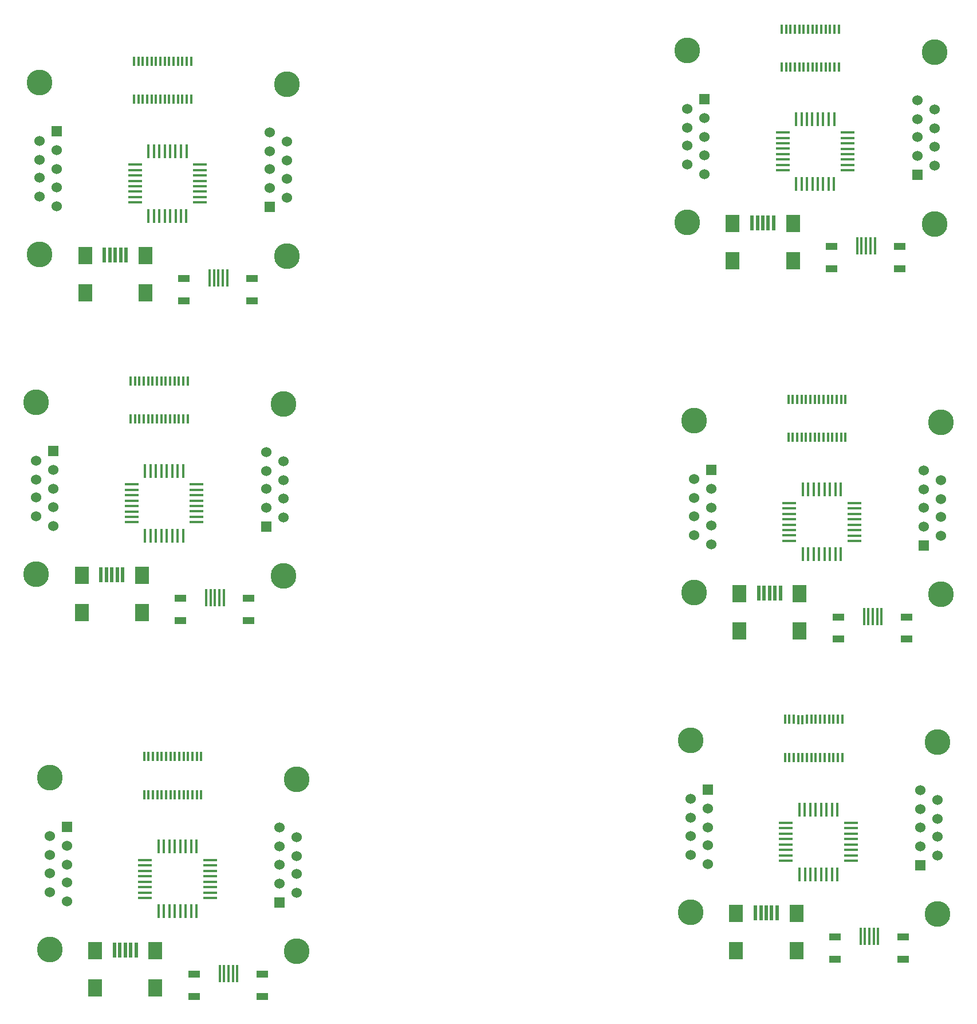
<source format=gtl>
G04 (created by PCBNEW (2013-jul-07)-stable) date śro, 3 cze 2015, 22:46:32*
%MOIN*%
G04 Gerber Fmt 3.4, Leading zero omitted, Abs format*
%FSLAX34Y34*%
G01*
G70*
G90*
G04 APERTURE LIST*
%ADD10C,0.000787402*%
%ADD11R,0.0177X0.0787*%
%ADD12R,0.0787X0.0177*%
%ADD13C,0.15*%
%ADD14R,0.06X0.06*%
%ADD15C,0.06*%
%ADD16R,0.0197X0.0906*%
%ADD17R,0.0787X0.0984*%
%ADD18R,0.015748X0.0984252*%
%ADD19R,0.0708661X0.0393701*%
%ADD20R,0.0165X0.0579*%
G04 APERTURE END LIST*
G54D10*
G54D11*
X55718Y-41069D03*
X55403Y-41069D03*
X55088Y-41069D03*
X54773Y-41069D03*
X54458Y-41069D03*
X54143Y-41069D03*
X53828Y-41069D03*
X53513Y-41069D03*
X53515Y-37303D03*
X55725Y-37303D03*
X55405Y-37303D03*
X55085Y-37303D03*
X54775Y-37303D03*
X54455Y-37303D03*
X54145Y-37303D03*
X53825Y-37303D03*
G54D12*
X52725Y-40285D03*
X52725Y-39971D03*
X52725Y-39655D03*
X52725Y-39341D03*
X52725Y-39025D03*
X52725Y-38711D03*
X52725Y-38395D03*
X52725Y-38081D03*
X56505Y-40283D03*
X56505Y-39973D03*
X56505Y-39653D03*
X56505Y-39343D03*
X56505Y-39033D03*
X56505Y-38713D03*
X56505Y-38393D03*
X56505Y-38073D03*
G54D13*
X47171Y-33300D03*
X47171Y-43300D03*
G54D14*
X48171Y-36150D03*
G54D15*
X48171Y-37250D03*
X48171Y-38350D03*
X48171Y-39400D03*
X48171Y-40500D03*
X47171Y-39950D03*
X47171Y-38850D03*
X47171Y-37800D03*
X47171Y-36700D03*
G54D13*
X61557Y-43400D03*
X61557Y-33400D03*
G54D14*
X60557Y-40550D03*
G54D15*
X60557Y-39450D03*
X60557Y-38350D03*
X60557Y-37300D03*
X60557Y-36200D03*
X61557Y-36750D03*
X61557Y-37850D03*
X61557Y-38900D03*
X61557Y-40000D03*
G54D16*
X50944Y-43327D03*
X51259Y-43327D03*
X51574Y-43327D03*
X51889Y-43327D03*
X52204Y-43327D03*
G54D17*
X49822Y-43366D03*
X49822Y-45531D03*
X53326Y-43366D03*
X53326Y-45531D03*
G54D18*
X57578Y-44685D03*
X57322Y-44685D03*
X58090Y-44685D03*
X57834Y-44685D03*
X57066Y-44685D03*
G54D19*
X55570Y-44704D03*
X55570Y-46003D03*
X59547Y-44704D03*
X59547Y-46003D03*
G54D20*
X54202Y-34271D03*
X54458Y-34271D03*
X54714Y-34271D03*
X54970Y-34271D03*
X53438Y-32069D03*
X53434Y-34271D03*
X53690Y-34271D03*
X53946Y-34271D03*
X55226Y-32067D03*
X54970Y-32067D03*
X54714Y-32067D03*
X54458Y-32067D03*
X54202Y-32067D03*
X53946Y-32067D03*
X55226Y-34271D03*
X53690Y-32069D03*
X53178Y-34271D03*
X55482Y-34271D03*
X55482Y-32067D03*
X53178Y-32067D03*
X52923Y-34271D03*
X55737Y-34271D03*
X55737Y-32067D03*
X52923Y-32067D03*
X52667Y-34271D03*
X55993Y-34271D03*
X55993Y-32067D03*
X52667Y-32067D03*
G54D11*
X55915Y-22466D03*
X55600Y-22466D03*
X55285Y-22466D03*
X54970Y-22466D03*
X54655Y-22466D03*
X54340Y-22466D03*
X54025Y-22466D03*
X53710Y-22466D03*
X53712Y-18700D03*
X55922Y-18700D03*
X55602Y-18700D03*
X55282Y-18700D03*
X54972Y-18700D03*
X54652Y-18700D03*
X54342Y-18700D03*
X54022Y-18700D03*
G54D12*
X52922Y-21682D03*
X52922Y-21368D03*
X52922Y-21052D03*
X52922Y-20738D03*
X52922Y-20422D03*
X52922Y-20108D03*
X52922Y-19792D03*
X52922Y-19478D03*
X56702Y-21680D03*
X56702Y-21370D03*
X56702Y-21050D03*
X56702Y-20740D03*
X56702Y-20430D03*
X56702Y-20110D03*
X56702Y-19790D03*
X56702Y-19470D03*
G54D13*
X47368Y-14698D03*
X47368Y-24698D03*
G54D14*
X48368Y-17548D03*
G54D15*
X48368Y-18648D03*
X48368Y-19748D03*
X48368Y-20798D03*
X48368Y-21898D03*
X47368Y-21348D03*
X47368Y-20248D03*
X47368Y-19198D03*
X47368Y-18098D03*
G54D13*
X61753Y-24798D03*
X61753Y-14798D03*
G54D14*
X60753Y-21948D03*
G54D15*
X60753Y-20848D03*
X60753Y-19748D03*
X60753Y-18698D03*
X60753Y-17598D03*
X61753Y-18148D03*
X61753Y-19248D03*
X61753Y-20298D03*
X61753Y-21398D03*
G54D16*
X51141Y-24724D03*
X51456Y-24724D03*
X51771Y-24724D03*
X52086Y-24724D03*
X52401Y-24724D03*
G54D17*
X50019Y-24763D03*
X50019Y-26928D03*
X53523Y-24763D03*
X53523Y-26928D03*
G54D18*
X57775Y-26082D03*
X57519Y-26082D03*
X58287Y-26082D03*
X58031Y-26082D03*
X57263Y-26082D03*
G54D19*
X55767Y-26102D03*
X55767Y-27401D03*
X59744Y-26102D03*
X59744Y-27401D03*
G54D20*
X54399Y-15668D03*
X54655Y-15668D03*
X54911Y-15668D03*
X55167Y-15668D03*
X53635Y-13466D03*
X53631Y-15668D03*
X53887Y-15668D03*
X54143Y-15668D03*
X55423Y-13464D03*
X55167Y-13464D03*
X54911Y-13464D03*
X54655Y-13464D03*
X54399Y-13464D03*
X54143Y-13464D03*
X55423Y-15668D03*
X53887Y-13466D03*
X53375Y-15668D03*
X55679Y-15668D03*
X55679Y-13464D03*
X53375Y-13464D03*
X53120Y-15668D03*
X55934Y-15668D03*
X55934Y-13464D03*
X53120Y-13464D03*
X52864Y-15668D03*
X56190Y-15668D03*
X56190Y-13464D03*
X52864Y-13464D03*
G54D11*
X55915Y-22466D03*
X55600Y-22466D03*
X55285Y-22466D03*
X54970Y-22466D03*
X54655Y-22466D03*
X54340Y-22466D03*
X54025Y-22466D03*
X53710Y-22466D03*
X53712Y-18700D03*
X55922Y-18700D03*
X55602Y-18700D03*
X55282Y-18700D03*
X54972Y-18700D03*
X54652Y-18700D03*
X54342Y-18700D03*
X54022Y-18700D03*
G54D12*
X52922Y-21682D03*
X52922Y-21368D03*
X52922Y-21052D03*
X52922Y-20738D03*
X52922Y-20422D03*
X52922Y-20108D03*
X52922Y-19792D03*
X52922Y-19478D03*
X56702Y-21680D03*
X56702Y-21370D03*
X56702Y-21050D03*
X56702Y-20740D03*
X56702Y-20430D03*
X56702Y-20110D03*
X56702Y-19790D03*
X56702Y-19470D03*
G54D13*
X47368Y-14698D03*
X47368Y-24698D03*
G54D14*
X48368Y-17548D03*
G54D15*
X48368Y-18648D03*
X48368Y-19748D03*
X48368Y-20798D03*
X48368Y-21898D03*
X47368Y-21348D03*
X47368Y-20248D03*
X47368Y-19198D03*
X47368Y-18098D03*
G54D13*
X61753Y-24798D03*
X61753Y-14798D03*
G54D14*
X60753Y-21948D03*
G54D15*
X60753Y-20848D03*
X60753Y-19748D03*
X60753Y-18698D03*
X60753Y-17598D03*
X61753Y-18148D03*
X61753Y-19248D03*
X61753Y-20298D03*
X61753Y-21398D03*
G54D16*
X51141Y-24724D03*
X51456Y-24724D03*
X51771Y-24724D03*
X52086Y-24724D03*
X52401Y-24724D03*
G54D17*
X50019Y-24763D03*
X50019Y-26928D03*
X53523Y-24763D03*
X53523Y-26928D03*
G54D18*
X57775Y-26082D03*
X57519Y-26082D03*
X58287Y-26082D03*
X58031Y-26082D03*
X57263Y-26082D03*
G54D19*
X55767Y-26102D03*
X55767Y-27401D03*
X59744Y-26102D03*
X59744Y-27401D03*
G54D20*
X54399Y-15668D03*
X54655Y-15668D03*
X54911Y-15668D03*
X55167Y-15668D03*
X53635Y-13466D03*
X53631Y-15668D03*
X53887Y-15668D03*
X54143Y-15668D03*
X55423Y-13464D03*
X55167Y-13464D03*
X54911Y-13464D03*
X54655Y-13464D03*
X54399Y-13464D03*
X54143Y-13464D03*
X55423Y-15668D03*
X53887Y-13466D03*
X53375Y-15668D03*
X55679Y-15668D03*
X55679Y-13464D03*
X53375Y-13464D03*
X53120Y-15668D03*
X55934Y-15668D03*
X55934Y-13464D03*
X53120Y-13464D03*
X52864Y-15668D03*
X56190Y-15668D03*
X56190Y-13464D03*
X52864Y-13464D03*
G54D11*
X56506Y-62919D03*
X56191Y-62919D03*
X55876Y-62919D03*
X55561Y-62919D03*
X55246Y-62919D03*
X54931Y-62919D03*
X54616Y-62919D03*
X54301Y-62919D03*
X54303Y-59153D03*
X56513Y-59153D03*
X56193Y-59153D03*
X55873Y-59153D03*
X55563Y-59153D03*
X55243Y-59153D03*
X54933Y-59153D03*
X54613Y-59153D03*
G54D12*
X53513Y-62135D03*
X53513Y-61821D03*
X53513Y-61505D03*
X53513Y-61191D03*
X53513Y-60875D03*
X53513Y-60561D03*
X53513Y-60245D03*
X53513Y-59931D03*
X57293Y-62133D03*
X57293Y-61823D03*
X57293Y-61503D03*
X57293Y-61193D03*
X57293Y-60883D03*
X57293Y-60563D03*
X57293Y-60243D03*
X57293Y-59923D03*
G54D13*
X47958Y-55150D03*
X47958Y-65150D03*
G54D14*
X48958Y-58000D03*
G54D15*
X48958Y-59100D03*
X48958Y-60200D03*
X48958Y-61250D03*
X48958Y-62350D03*
X47958Y-61800D03*
X47958Y-60700D03*
X47958Y-59650D03*
X47958Y-58550D03*
G54D13*
X62344Y-65250D03*
X62344Y-55250D03*
G54D14*
X61344Y-62400D03*
G54D15*
X61344Y-61300D03*
X61344Y-60200D03*
X61344Y-59150D03*
X61344Y-58050D03*
X62344Y-58600D03*
X62344Y-59700D03*
X62344Y-60750D03*
X62344Y-61850D03*
G54D16*
X51732Y-65177D03*
X52047Y-65177D03*
X52362Y-65177D03*
X52677Y-65177D03*
X52992Y-65177D03*
G54D17*
X50610Y-65216D03*
X50610Y-67381D03*
X54114Y-65216D03*
X54114Y-67381D03*
G54D18*
X58366Y-66535D03*
X58110Y-66535D03*
X58877Y-66535D03*
X58622Y-66535D03*
X57854Y-66535D03*
G54D19*
X56358Y-66555D03*
X56358Y-67854D03*
X60334Y-66555D03*
X60334Y-67854D03*
G54D20*
X54990Y-56121D03*
X55246Y-56121D03*
X55502Y-56121D03*
X55758Y-56121D03*
X54226Y-53919D03*
X54222Y-56121D03*
X54478Y-56121D03*
X54734Y-56121D03*
X56014Y-53917D03*
X55758Y-53917D03*
X55502Y-53917D03*
X55246Y-53917D03*
X54990Y-53917D03*
X54734Y-53917D03*
X56014Y-56121D03*
X54478Y-53919D03*
X53966Y-56121D03*
X56270Y-56121D03*
X56270Y-53917D03*
X53966Y-53917D03*
X53711Y-56121D03*
X56525Y-56121D03*
X56525Y-53917D03*
X53711Y-53917D03*
X53455Y-56121D03*
X56781Y-56121D03*
X56781Y-53917D03*
X53455Y-53917D03*
G54D11*
X93612Y-20596D03*
X93297Y-20596D03*
X92982Y-20596D03*
X92667Y-20596D03*
X92352Y-20596D03*
X92037Y-20596D03*
X91722Y-20596D03*
X91407Y-20596D03*
X91409Y-16830D03*
X93619Y-16830D03*
X93299Y-16830D03*
X92979Y-16830D03*
X92669Y-16830D03*
X92349Y-16830D03*
X92039Y-16830D03*
X91719Y-16830D03*
G54D12*
X90619Y-19812D03*
X90619Y-19498D03*
X90619Y-19182D03*
X90619Y-18868D03*
X90619Y-18552D03*
X90619Y-18238D03*
X90619Y-17922D03*
X90619Y-17608D03*
X94399Y-19810D03*
X94399Y-19500D03*
X94399Y-19180D03*
X94399Y-18870D03*
X94399Y-18560D03*
X94399Y-18240D03*
X94399Y-17920D03*
X94399Y-17600D03*
G54D13*
X85064Y-12827D03*
X85064Y-22827D03*
G54D14*
X86064Y-15677D03*
G54D15*
X86064Y-16777D03*
X86064Y-17877D03*
X86064Y-18927D03*
X86064Y-20027D03*
X85064Y-19477D03*
X85064Y-18377D03*
X85064Y-17327D03*
X85064Y-16227D03*
G54D13*
X99450Y-22927D03*
X99450Y-12927D03*
G54D14*
X98450Y-20077D03*
G54D15*
X98450Y-18977D03*
X98450Y-17877D03*
X98450Y-16827D03*
X98450Y-15727D03*
X99450Y-16277D03*
X99450Y-17377D03*
X99450Y-18427D03*
X99450Y-19527D03*
G54D16*
X88838Y-22854D03*
X89153Y-22854D03*
X89468Y-22854D03*
X89783Y-22854D03*
X90098Y-22854D03*
G54D17*
X87716Y-22893D03*
X87716Y-25058D03*
X91220Y-22893D03*
X91220Y-25058D03*
G54D18*
X95472Y-24212D03*
X95216Y-24212D03*
X95984Y-24212D03*
X95728Y-24212D03*
X94960Y-24212D03*
G54D19*
X93464Y-24232D03*
X93464Y-25531D03*
X97440Y-24232D03*
X97440Y-25531D03*
G54D20*
X92096Y-13798D03*
X92352Y-13798D03*
X92608Y-13798D03*
X92864Y-13798D03*
X91332Y-11596D03*
X91328Y-13798D03*
X91584Y-13798D03*
X91840Y-13798D03*
X93120Y-11594D03*
X92864Y-11594D03*
X92608Y-11594D03*
X92352Y-11594D03*
X92096Y-11594D03*
X91840Y-11594D03*
X93120Y-13798D03*
X91584Y-11596D03*
X91072Y-13798D03*
X93376Y-13798D03*
X93376Y-11594D03*
X91072Y-11594D03*
X90817Y-13798D03*
X93631Y-13798D03*
X93631Y-11594D03*
X90817Y-11594D03*
X90561Y-13798D03*
X93887Y-13798D03*
X93887Y-11594D03*
X90561Y-11594D03*
G54D11*
X93612Y-20596D03*
X93297Y-20596D03*
X92982Y-20596D03*
X92667Y-20596D03*
X92352Y-20596D03*
X92037Y-20596D03*
X91722Y-20596D03*
X91407Y-20596D03*
X91409Y-16830D03*
X93619Y-16830D03*
X93299Y-16830D03*
X92979Y-16830D03*
X92669Y-16830D03*
X92349Y-16830D03*
X92039Y-16830D03*
X91719Y-16830D03*
G54D12*
X90619Y-19812D03*
X90619Y-19498D03*
X90619Y-19182D03*
X90619Y-18868D03*
X90619Y-18552D03*
X90619Y-18238D03*
X90619Y-17922D03*
X90619Y-17608D03*
X94399Y-19810D03*
X94399Y-19500D03*
X94399Y-19180D03*
X94399Y-18870D03*
X94399Y-18560D03*
X94399Y-18240D03*
X94399Y-17920D03*
X94399Y-17600D03*
G54D13*
X85064Y-12827D03*
X85064Y-22827D03*
G54D14*
X86064Y-15677D03*
G54D15*
X86064Y-16777D03*
X86064Y-17877D03*
X86064Y-18927D03*
X86064Y-20027D03*
X85064Y-19477D03*
X85064Y-18377D03*
X85064Y-17327D03*
X85064Y-16227D03*
G54D13*
X99450Y-22927D03*
X99450Y-12927D03*
G54D14*
X98450Y-20077D03*
G54D15*
X98450Y-18977D03*
X98450Y-17877D03*
X98450Y-16827D03*
X98450Y-15727D03*
X99450Y-16277D03*
X99450Y-17377D03*
X99450Y-18427D03*
X99450Y-19527D03*
G54D16*
X88838Y-22854D03*
X89153Y-22854D03*
X89468Y-22854D03*
X89783Y-22854D03*
X90098Y-22854D03*
G54D17*
X87716Y-22893D03*
X87716Y-25058D03*
X91220Y-22893D03*
X91220Y-25058D03*
G54D18*
X95472Y-24212D03*
X95216Y-24212D03*
X95984Y-24212D03*
X95728Y-24212D03*
X94960Y-24212D03*
G54D19*
X93464Y-24232D03*
X93464Y-25531D03*
X97440Y-24232D03*
X97440Y-25531D03*
G54D20*
X92096Y-13798D03*
X92352Y-13798D03*
X92608Y-13798D03*
X92864Y-13798D03*
X91332Y-11596D03*
X91328Y-13798D03*
X91584Y-13798D03*
X91840Y-13798D03*
X93120Y-11594D03*
X92864Y-11594D03*
X92608Y-11594D03*
X92352Y-11594D03*
X92096Y-11594D03*
X91840Y-11594D03*
X93120Y-13798D03*
X91584Y-11596D03*
X91072Y-13798D03*
X93376Y-13798D03*
X93376Y-11594D03*
X91072Y-11594D03*
X90817Y-13798D03*
X93631Y-13798D03*
X93631Y-11594D03*
X90817Y-11594D03*
X90561Y-13798D03*
X93887Y-13798D03*
X93887Y-11594D03*
X90561Y-11594D03*
G54D11*
X55718Y-41069D03*
X55403Y-41069D03*
X55088Y-41069D03*
X54773Y-41069D03*
X54458Y-41069D03*
X54143Y-41069D03*
X53828Y-41069D03*
X53513Y-41069D03*
X53515Y-37303D03*
X55725Y-37303D03*
X55405Y-37303D03*
X55085Y-37303D03*
X54775Y-37303D03*
X54455Y-37303D03*
X54145Y-37303D03*
X53825Y-37303D03*
G54D12*
X52725Y-40285D03*
X52725Y-39971D03*
X52725Y-39655D03*
X52725Y-39341D03*
X52725Y-39025D03*
X52725Y-38711D03*
X52725Y-38395D03*
X52725Y-38081D03*
X56505Y-40283D03*
X56505Y-39973D03*
X56505Y-39653D03*
X56505Y-39343D03*
X56505Y-39033D03*
X56505Y-38713D03*
X56505Y-38393D03*
X56505Y-38073D03*
G54D13*
X47171Y-33300D03*
X47171Y-43300D03*
G54D14*
X48171Y-36150D03*
G54D15*
X48171Y-37250D03*
X48171Y-38350D03*
X48171Y-39400D03*
X48171Y-40500D03*
X47171Y-39950D03*
X47171Y-38850D03*
X47171Y-37800D03*
X47171Y-36700D03*
G54D13*
X61557Y-43400D03*
X61557Y-33400D03*
G54D14*
X60557Y-40550D03*
G54D15*
X60557Y-39450D03*
X60557Y-38350D03*
X60557Y-37300D03*
X60557Y-36200D03*
X61557Y-36750D03*
X61557Y-37850D03*
X61557Y-38900D03*
X61557Y-40000D03*
G54D16*
X50944Y-43327D03*
X51259Y-43327D03*
X51574Y-43327D03*
X51889Y-43327D03*
X52204Y-43327D03*
G54D17*
X49822Y-43366D03*
X49822Y-45531D03*
X53326Y-43366D03*
X53326Y-45531D03*
G54D18*
X57578Y-44685D03*
X57322Y-44685D03*
X58090Y-44685D03*
X57834Y-44685D03*
X57066Y-44685D03*
G54D19*
X55570Y-44704D03*
X55570Y-46003D03*
X59547Y-44704D03*
X59547Y-46003D03*
G54D20*
X54202Y-34271D03*
X54458Y-34271D03*
X54714Y-34271D03*
X54970Y-34271D03*
X53438Y-32069D03*
X53434Y-34271D03*
X53690Y-34271D03*
X53946Y-34271D03*
X55226Y-32067D03*
X54970Y-32067D03*
X54714Y-32067D03*
X54458Y-32067D03*
X54202Y-32067D03*
X53946Y-32067D03*
X55226Y-34271D03*
X53690Y-32069D03*
X53178Y-34271D03*
X55482Y-34271D03*
X55482Y-32067D03*
X53178Y-32067D03*
X52923Y-34271D03*
X55737Y-34271D03*
X55737Y-32067D03*
X52923Y-32067D03*
X52667Y-34271D03*
X55993Y-34271D03*
X55993Y-32067D03*
X52667Y-32067D03*
G54D11*
X55915Y-22466D03*
X55600Y-22466D03*
X55285Y-22466D03*
X54970Y-22466D03*
X54655Y-22466D03*
X54340Y-22466D03*
X54025Y-22466D03*
X53710Y-22466D03*
X53712Y-18700D03*
X55922Y-18700D03*
X55602Y-18700D03*
X55282Y-18700D03*
X54972Y-18700D03*
X54652Y-18700D03*
X54342Y-18700D03*
X54022Y-18700D03*
G54D12*
X52922Y-21682D03*
X52922Y-21368D03*
X52922Y-21052D03*
X52922Y-20738D03*
X52922Y-20422D03*
X52922Y-20108D03*
X52922Y-19792D03*
X52922Y-19478D03*
X56702Y-21680D03*
X56702Y-21370D03*
X56702Y-21050D03*
X56702Y-20740D03*
X56702Y-20430D03*
X56702Y-20110D03*
X56702Y-19790D03*
X56702Y-19470D03*
G54D13*
X47368Y-14698D03*
X47368Y-24698D03*
G54D14*
X48368Y-17548D03*
G54D15*
X48368Y-18648D03*
X48368Y-19748D03*
X48368Y-20798D03*
X48368Y-21898D03*
X47368Y-21348D03*
X47368Y-20248D03*
X47368Y-19198D03*
X47368Y-18098D03*
G54D13*
X61753Y-24798D03*
X61753Y-14798D03*
G54D14*
X60753Y-21948D03*
G54D15*
X60753Y-20848D03*
X60753Y-19748D03*
X60753Y-18698D03*
X60753Y-17598D03*
X61753Y-18148D03*
X61753Y-19248D03*
X61753Y-20298D03*
X61753Y-21398D03*
G54D16*
X51141Y-24724D03*
X51456Y-24724D03*
X51771Y-24724D03*
X52086Y-24724D03*
X52401Y-24724D03*
G54D17*
X50019Y-24763D03*
X50019Y-26928D03*
X53523Y-24763D03*
X53523Y-26928D03*
G54D18*
X57775Y-26082D03*
X57519Y-26082D03*
X58287Y-26082D03*
X58031Y-26082D03*
X57263Y-26082D03*
G54D19*
X55767Y-26102D03*
X55767Y-27401D03*
X59744Y-26102D03*
X59744Y-27401D03*
G54D20*
X54399Y-15668D03*
X54655Y-15668D03*
X54911Y-15668D03*
X55167Y-15668D03*
X53635Y-13466D03*
X53631Y-15668D03*
X53887Y-15668D03*
X54143Y-15668D03*
X55423Y-13464D03*
X55167Y-13464D03*
X54911Y-13464D03*
X54655Y-13464D03*
X54399Y-13464D03*
X54143Y-13464D03*
X55423Y-15668D03*
X53887Y-13466D03*
X53375Y-15668D03*
X55679Y-15668D03*
X55679Y-13464D03*
X53375Y-13464D03*
X53120Y-15668D03*
X55934Y-15668D03*
X55934Y-13464D03*
X53120Y-13464D03*
X52864Y-15668D03*
X56190Y-15668D03*
X56190Y-13464D03*
X52864Y-13464D03*
G54D11*
X55915Y-22466D03*
X55600Y-22466D03*
X55285Y-22466D03*
X54970Y-22466D03*
X54655Y-22466D03*
X54340Y-22466D03*
X54025Y-22466D03*
X53710Y-22466D03*
X53712Y-18700D03*
X55922Y-18700D03*
X55602Y-18700D03*
X55282Y-18700D03*
X54972Y-18700D03*
X54652Y-18700D03*
X54342Y-18700D03*
X54022Y-18700D03*
G54D12*
X52922Y-21682D03*
X52922Y-21368D03*
X52922Y-21052D03*
X52922Y-20738D03*
X52922Y-20422D03*
X52922Y-20108D03*
X52922Y-19792D03*
X52922Y-19478D03*
X56702Y-21680D03*
X56702Y-21370D03*
X56702Y-21050D03*
X56702Y-20740D03*
X56702Y-20430D03*
X56702Y-20110D03*
X56702Y-19790D03*
X56702Y-19470D03*
G54D13*
X47368Y-14698D03*
X47368Y-24698D03*
G54D14*
X48368Y-17548D03*
G54D15*
X48368Y-18648D03*
X48368Y-19748D03*
X48368Y-20798D03*
X48368Y-21898D03*
X47368Y-21348D03*
X47368Y-20248D03*
X47368Y-19198D03*
X47368Y-18098D03*
G54D13*
X61753Y-24798D03*
X61753Y-14798D03*
G54D14*
X60753Y-21948D03*
G54D15*
X60753Y-20848D03*
X60753Y-19748D03*
X60753Y-18698D03*
X60753Y-17598D03*
X61753Y-18148D03*
X61753Y-19248D03*
X61753Y-20298D03*
X61753Y-21398D03*
G54D16*
X51141Y-24724D03*
X51456Y-24724D03*
X51771Y-24724D03*
X52086Y-24724D03*
X52401Y-24724D03*
G54D17*
X50019Y-24763D03*
X50019Y-26928D03*
X53523Y-24763D03*
X53523Y-26928D03*
G54D18*
X57775Y-26082D03*
X57519Y-26082D03*
X58287Y-26082D03*
X58031Y-26082D03*
X57263Y-26082D03*
G54D19*
X55767Y-26102D03*
X55767Y-27401D03*
X59744Y-26102D03*
X59744Y-27401D03*
G54D20*
X54399Y-15668D03*
X54655Y-15668D03*
X54911Y-15668D03*
X55167Y-15668D03*
X53635Y-13466D03*
X53631Y-15668D03*
X53887Y-15668D03*
X54143Y-15668D03*
X55423Y-13464D03*
X55167Y-13464D03*
X54911Y-13464D03*
X54655Y-13464D03*
X54399Y-13464D03*
X54143Y-13464D03*
X55423Y-15668D03*
X53887Y-13466D03*
X53375Y-15668D03*
X55679Y-15668D03*
X55679Y-13464D03*
X53375Y-13464D03*
X53120Y-15668D03*
X55934Y-15668D03*
X55934Y-13464D03*
X53120Y-13464D03*
X52864Y-15668D03*
X56190Y-15668D03*
X56190Y-13464D03*
X52864Y-13464D03*
G54D11*
X56506Y-62919D03*
X56191Y-62919D03*
X55876Y-62919D03*
X55561Y-62919D03*
X55246Y-62919D03*
X54931Y-62919D03*
X54616Y-62919D03*
X54301Y-62919D03*
X54303Y-59153D03*
X56513Y-59153D03*
X56193Y-59153D03*
X55873Y-59153D03*
X55563Y-59153D03*
X55243Y-59153D03*
X54933Y-59153D03*
X54613Y-59153D03*
G54D12*
X53513Y-62135D03*
X53513Y-61821D03*
X53513Y-61505D03*
X53513Y-61191D03*
X53513Y-60875D03*
X53513Y-60561D03*
X53513Y-60245D03*
X53513Y-59931D03*
X57293Y-62133D03*
X57293Y-61823D03*
X57293Y-61503D03*
X57293Y-61193D03*
X57293Y-60883D03*
X57293Y-60563D03*
X57293Y-60243D03*
X57293Y-59923D03*
G54D13*
X47958Y-55150D03*
X47958Y-65150D03*
G54D14*
X48958Y-58000D03*
G54D15*
X48958Y-59100D03*
X48958Y-60200D03*
X48958Y-61250D03*
X48958Y-62350D03*
X47958Y-61800D03*
X47958Y-60700D03*
X47958Y-59650D03*
X47958Y-58550D03*
G54D13*
X62344Y-65250D03*
X62344Y-55250D03*
G54D14*
X61344Y-62400D03*
G54D15*
X61344Y-61300D03*
X61344Y-60200D03*
X61344Y-59150D03*
X61344Y-58050D03*
X62344Y-58600D03*
X62344Y-59700D03*
X62344Y-60750D03*
X62344Y-61850D03*
G54D16*
X51732Y-65177D03*
X52047Y-65177D03*
X52362Y-65177D03*
X52677Y-65177D03*
X52992Y-65177D03*
G54D17*
X50610Y-65216D03*
X50610Y-67381D03*
X54114Y-65216D03*
X54114Y-67381D03*
G54D18*
X58366Y-66535D03*
X58110Y-66535D03*
X58877Y-66535D03*
X58622Y-66535D03*
X57854Y-66535D03*
G54D19*
X56358Y-66555D03*
X56358Y-67854D03*
X60334Y-66555D03*
X60334Y-67854D03*
G54D20*
X54990Y-56121D03*
X55246Y-56121D03*
X55502Y-56121D03*
X55758Y-56121D03*
X54226Y-53919D03*
X54222Y-56121D03*
X54478Y-56121D03*
X54734Y-56121D03*
X56014Y-53917D03*
X55758Y-53917D03*
X55502Y-53917D03*
X55246Y-53917D03*
X54990Y-53917D03*
X54734Y-53917D03*
X56014Y-56121D03*
X54478Y-53919D03*
X53966Y-56121D03*
X56270Y-56121D03*
X56270Y-53917D03*
X53966Y-53917D03*
X53711Y-56121D03*
X56525Y-56121D03*
X56525Y-53917D03*
X53711Y-53917D03*
X53455Y-56121D03*
X56781Y-56121D03*
X56781Y-53917D03*
X53455Y-53917D03*
G54D11*
X93612Y-20596D03*
X93297Y-20596D03*
X92982Y-20596D03*
X92667Y-20596D03*
X92352Y-20596D03*
X92037Y-20596D03*
X91722Y-20596D03*
X91407Y-20596D03*
X91409Y-16830D03*
X93619Y-16830D03*
X93299Y-16830D03*
X92979Y-16830D03*
X92669Y-16830D03*
X92349Y-16830D03*
X92039Y-16830D03*
X91719Y-16830D03*
G54D12*
X90619Y-19812D03*
X90619Y-19498D03*
X90619Y-19182D03*
X90619Y-18868D03*
X90619Y-18552D03*
X90619Y-18238D03*
X90619Y-17922D03*
X90619Y-17608D03*
X94399Y-19810D03*
X94399Y-19500D03*
X94399Y-19180D03*
X94399Y-18870D03*
X94399Y-18560D03*
X94399Y-18240D03*
X94399Y-17920D03*
X94399Y-17600D03*
G54D13*
X85064Y-12827D03*
X85064Y-22827D03*
G54D14*
X86064Y-15677D03*
G54D15*
X86064Y-16777D03*
X86064Y-17877D03*
X86064Y-18927D03*
X86064Y-20027D03*
X85064Y-19477D03*
X85064Y-18377D03*
X85064Y-17327D03*
X85064Y-16227D03*
G54D13*
X99450Y-22927D03*
X99450Y-12927D03*
G54D14*
X98450Y-20077D03*
G54D15*
X98450Y-18977D03*
X98450Y-17877D03*
X98450Y-16827D03*
X98450Y-15727D03*
X99450Y-16277D03*
X99450Y-17377D03*
X99450Y-18427D03*
X99450Y-19527D03*
G54D16*
X88838Y-22854D03*
X89153Y-22854D03*
X89468Y-22854D03*
X89783Y-22854D03*
X90098Y-22854D03*
G54D17*
X87716Y-22893D03*
X87716Y-25058D03*
X91220Y-22893D03*
X91220Y-25058D03*
G54D18*
X95472Y-24212D03*
X95216Y-24212D03*
X95984Y-24212D03*
X95728Y-24212D03*
X94960Y-24212D03*
G54D19*
X93464Y-24232D03*
X93464Y-25531D03*
X97440Y-24232D03*
X97440Y-25531D03*
G54D20*
X92096Y-13798D03*
X92352Y-13798D03*
X92608Y-13798D03*
X92864Y-13798D03*
X91332Y-11596D03*
X91328Y-13798D03*
X91584Y-13798D03*
X91840Y-13798D03*
X93120Y-11594D03*
X92864Y-11594D03*
X92608Y-11594D03*
X92352Y-11594D03*
X92096Y-11594D03*
X91840Y-11594D03*
X93120Y-13798D03*
X91584Y-11596D03*
X91072Y-13798D03*
X93376Y-13798D03*
X93376Y-11594D03*
X91072Y-11594D03*
X90817Y-13798D03*
X93631Y-13798D03*
X93631Y-11594D03*
X90817Y-11594D03*
X90561Y-13798D03*
X93887Y-13798D03*
X93887Y-11594D03*
X90561Y-11594D03*
G54D11*
X93612Y-20596D03*
X93297Y-20596D03*
X92982Y-20596D03*
X92667Y-20596D03*
X92352Y-20596D03*
X92037Y-20596D03*
X91722Y-20596D03*
X91407Y-20596D03*
X91409Y-16830D03*
X93619Y-16830D03*
X93299Y-16830D03*
X92979Y-16830D03*
X92669Y-16830D03*
X92349Y-16830D03*
X92039Y-16830D03*
X91719Y-16830D03*
G54D12*
X90619Y-19812D03*
X90619Y-19498D03*
X90619Y-19182D03*
X90619Y-18868D03*
X90619Y-18552D03*
X90619Y-18238D03*
X90619Y-17922D03*
X90619Y-17608D03*
X94399Y-19810D03*
X94399Y-19500D03*
X94399Y-19180D03*
X94399Y-18870D03*
X94399Y-18560D03*
X94399Y-18240D03*
X94399Y-17920D03*
X94399Y-17600D03*
G54D13*
X85064Y-12827D03*
X85064Y-22827D03*
G54D14*
X86064Y-15677D03*
G54D15*
X86064Y-16777D03*
X86064Y-17877D03*
X86064Y-18927D03*
X86064Y-20027D03*
X85064Y-19477D03*
X85064Y-18377D03*
X85064Y-17327D03*
X85064Y-16227D03*
G54D13*
X99450Y-22927D03*
X99450Y-12927D03*
G54D14*
X98450Y-20077D03*
G54D15*
X98450Y-18977D03*
X98450Y-17877D03*
X98450Y-16827D03*
X98450Y-15727D03*
X99450Y-16277D03*
X99450Y-17377D03*
X99450Y-18427D03*
X99450Y-19527D03*
G54D16*
X88838Y-22854D03*
X89153Y-22854D03*
X89468Y-22854D03*
X89783Y-22854D03*
X90098Y-22854D03*
G54D17*
X87716Y-22893D03*
X87716Y-25058D03*
X91220Y-22893D03*
X91220Y-25058D03*
G54D18*
X95472Y-24212D03*
X95216Y-24212D03*
X95984Y-24212D03*
X95728Y-24212D03*
X94960Y-24212D03*
G54D19*
X93464Y-24232D03*
X93464Y-25531D03*
X97440Y-24232D03*
X97440Y-25531D03*
G54D20*
X92096Y-13798D03*
X92352Y-13798D03*
X92608Y-13798D03*
X92864Y-13798D03*
X91332Y-11596D03*
X91328Y-13798D03*
X91584Y-13798D03*
X91840Y-13798D03*
X93120Y-11594D03*
X92864Y-11594D03*
X92608Y-11594D03*
X92352Y-11594D03*
X92096Y-11594D03*
X91840Y-11594D03*
X93120Y-13798D03*
X91584Y-11596D03*
X91072Y-13798D03*
X93376Y-13798D03*
X93376Y-11594D03*
X91072Y-11594D03*
X90817Y-13798D03*
X93631Y-13798D03*
X93631Y-11594D03*
X90817Y-11594D03*
X90561Y-13798D03*
X93887Y-13798D03*
X93887Y-11594D03*
X90561Y-11594D03*
G54D11*
X55718Y-41069D03*
X55403Y-41069D03*
X55088Y-41069D03*
X54773Y-41069D03*
X54458Y-41069D03*
X54143Y-41069D03*
X53828Y-41069D03*
X53513Y-41069D03*
X53515Y-37303D03*
X55725Y-37303D03*
X55405Y-37303D03*
X55085Y-37303D03*
X54775Y-37303D03*
X54455Y-37303D03*
X54145Y-37303D03*
X53825Y-37303D03*
G54D12*
X52725Y-40285D03*
X52725Y-39971D03*
X52725Y-39655D03*
X52725Y-39341D03*
X52725Y-39025D03*
X52725Y-38711D03*
X52725Y-38395D03*
X52725Y-38081D03*
X56505Y-40283D03*
X56505Y-39973D03*
X56505Y-39653D03*
X56505Y-39343D03*
X56505Y-39033D03*
X56505Y-38713D03*
X56505Y-38393D03*
X56505Y-38073D03*
G54D13*
X47171Y-33300D03*
X47171Y-43300D03*
G54D14*
X48171Y-36150D03*
G54D15*
X48171Y-37250D03*
X48171Y-38350D03*
X48171Y-39400D03*
X48171Y-40500D03*
X47171Y-39950D03*
X47171Y-38850D03*
X47171Y-37800D03*
X47171Y-36700D03*
G54D13*
X61557Y-43400D03*
X61557Y-33400D03*
G54D14*
X60557Y-40550D03*
G54D15*
X60557Y-39450D03*
X60557Y-38350D03*
X60557Y-37300D03*
X60557Y-36200D03*
X61557Y-36750D03*
X61557Y-37850D03*
X61557Y-38900D03*
X61557Y-40000D03*
G54D16*
X50944Y-43327D03*
X51259Y-43327D03*
X51574Y-43327D03*
X51889Y-43327D03*
X52204Y-43327D03*
G54D17*
X49822Y-43366D03*
X49822Y-45531D03*
X53326Y-43366D03*
X53326Y-45531D03*
G54D18*
X57578Y-44685D03*
X57322Y-44685D03*
X58090Y-44685D03*
X57834Y-44685D03*
X57066Y-44685D03*
G54D19*
X55570Y-44704D03*
X55570Y-46003D03*
X59547Y-44704D03*
X59547Y-46003D03*
G54D20*
X54202Y-34271D03*
X54458Y-34271D03*
X54714Y-34271D03*
X54970Y-34271D03*
X53438Y-32069D03*
X53434Y-34271D03*
X53690Y-34271D03*
X53946Y-34271D03*
X55226Y-32067D03*
X54970Y-32067D03*
X54714Y-32067D03*
X54458Y-32067D03*
X54202Y-32067D03*
X53946Y-32067D03*
X55226Y-34271D03*
X53690Y-32069D03*
X53178Y-34271D03*
X55482Y-34271D03*
X55482Y-32067D03*
X53178Y-32067D03*
X52923Y-34271D03*
X55737Y-34271D03*
X55737Y-32067D03*
X52923Y-32067D03*
X52667Y-34271D03*
X55993Y-34271D03*
X55993Y-32067D03*
X52667Y-32067D03*
G54D11*
X55915Y-22466D03*
X55600Y-22466D03*
X55285Y-22466D03*
X54970Y-22466D03*
X54655Y-22466D03*
X54340Y-22466D03*
X54025Y-22466D03*
X53710Y-22466D03*
X53712Y-18700D03*
X55922Y-18700D03*
X55602Y-18700D03*
X55282Y-18700D03*
X54972Y-18700D03*
X54652Y-18700D03*
X54342Y-18700D03*
X54022Y-18700D03*
G54D12*
X52922Y-21682D03*
X52922Y-21368D03*
X52922Y-21052D03*
X52922Y-20738D03*
X52922Y-20422D03*
X52922Y-20108D03*
X52922Y-19792D03*
X52922Y-19478D03*
X56702Y-21680D03*
X56702Y-21370D03*
X56702Y-21050D03*
X56702Y-20740D03*
X56702Y-20430D03*
X56702Y-20110D03*
X56702Y-19790D03*
X56702Y-19470D03*
G54D13*
X47368Y-14698D03*
X47368Y-24698D03*
G54D14*
X48368Y-17548D03*
G54D15*
X48368Y-18648D03*
X48368Y-19748D03*
X48368Y-20798D03*
X48368Y-21898D03*
X47368Y-21348D03*
X47368Y-20248D03*
X47368Y-19198D03*
X47368Y-18098D03*
G54D13*
X61753Y-24798D03*
X61753Y-14798D03*
G54D14*
X60753Y-21948D03*
G54D15*
X60753Y-20848D03*
X60753Y-19748D03*
X60753Y-18698D03*
X60753Y-17598D03*
X61753Y-18148D03*
X61753Y-19248D03*
X61753Y-20298D03*
X61753Y-21398D03*
G54D16*
X51141Y-24724D03*
X51456Y-24724D03*
X51771Y-24724D03*
X52086Y-24724D03*
X52401Y-24724D03*
G54D17*
X50019Y-24763D03*
X50019Y-26928D03*
X53523Y-24763D03*
X53523Y-26928D03*
G54D18*
X57775Y-26082D03*
X57519Y-26082D03*
X58287Y-26082D03*
X58031Y-26082D03*
X57263Y-26082D03*
G54D19*
X55767Y-26102D03*
X55767Y-27401D03*
X59744Y-26102D03*
X59744Y-27401D03*
G54D20*
X54399Y-15668D03*
X54655Y-15668D03*
X54911Y-15668D03*
X55167Y-15668D03*
X53635Y-13466D03*
X53631Y-15668D03*
X53887Y-15668D03*
X54143Y-15668D03*
X55423Y-13464D03*
X55167Y-13464D03*
X54911Y-13464D03*
X54655Y-13464D03*
X54399Y-13464D03*
X54143Y-13464D03*
X55423Y-15668D03*
X53887Y-13466D03*
X53375Y-15668D03*
X55679Y-15668D03*
X55679Y-13464D03*
X53375Y-13464D03*
X53120Y-15668D03*
X55934Y-15668D03*
X55934Y-13464D03*
X53120Y-13464D03*
X52864Y-15668D03*
X56190Y-15668D03*
X56190Y-13464D03*
X52864Y-13464D03*
G54D11*
X55915Y-22466D03*
X55600Y-22466D03*
X55285Y-22466D03*
X54970Y-22466D03*
X54655Y-22466D03*
X54340Y-22466D03*
X54025Y-22466D03*
X53710Y-22466D03*
X53712Y-18700D03*
X55922Y-18700D03*
X55602Y-18700D03*
X55282Y-18700D03*
X54972Y-18700D03*
X54652Y-18700D03*
X54342Y-18700D03*
X54022Y-18700D03*
G54D12*
X52922Y-21682D03*
X52922Y-21368D03*
X52922Y-21052D03*
X52922Y-20738D03*
X52922Y-20422D03*
X52922Y-20108D03*
X52922Y-19792D03*
X52922Y-19478D03*
X56702Y-21680D03*
X56702Y-21370D03*
X56702Y-21050D03*
X56702Y-20740D03*
X56702Y-20430D03*
X56702Y-20110D03*
X56702Y-19790D03*
X56702Y-19470D03*
G54D13*
X47368Y-14698D03*
X47368Y-24698D03*
G54D14*
X48368Y-17548D03*
G54D15*
X48368Y-18648D03*
X48368Y-19748D03*
X48368Y-20798D03*
X48368Y-21898D03*
X47368Y-21348D03*
X47368Y-20248D03*
X47368Y-19198D03*
X47368Y-18098D03*
G54D13*
X61753Y-24798D03*
X61753Y-14798D03*
G54D14*
X60753Y-21948D03*
G54D15*
X60753Y-20848D03*
X60753Y-19748D03*
X60753Y-18698D03*
X60753Y-17598D03*
X61753Y-18148D03*
X61753Y-19248D03*
X61753Y-20298D03*
X61753Y-21398D03*
G54D16*
X51141Y-24724D03*
X51456Y-24724D03*
X51771Y-24724D03*
X52086Y-24724D03*
X52401Y-24724D03*
G54D17*
X50019Y-24763D03*
X50019Y-26928D03*
X53523Y-24763D03*
X53523Y-26928D03*
G54D18*
X57775Y-26082D03*
X57519Y-26082D03*
X58287Y-26082D03*
X58031Y-26082D03*
X57263Y-26082D03*
G54D19*
X55767Y-26102D03*
X55767Y-27401D03*
X59744Y-26102D03*
X59744Y-27401D03*
G54D20*
X54399Y-15668D03*
X54655Y-15668D03*
X54911Y-15668D03*
X55167Y-15668D03*
X53635Y-13466D03*
X53631Y-15668D03*
X53887Y-15668D03*
X54143Y-15668D03*
X55423Y-13464D03*
X55167Y-13464D03*
X54911Y-13464D03*
X54655Y-13464D03*
X54399Y-13464D03*
X54143Y-13464D03*
X55423Y-15668D03*
X53887Y-13466D03*
X53375Y-15668D03*
X55679Y-15668D03*
X55679Y-13464D03*
X53375Y-13464D03*
X53120Y-15668D03*
X55934Y-15668D03*
X55934Y-13464D03*
X53120Y-13464D03*
X52864Y-15668D03*
X56190Y-15668D03*
X56190Y-13464D03*
X52864Y-13464D03*
G54D11*
X93809Y-60754D03*
X93494Y-60754D03*
X93179Y-60754D03*
X92864Y-60754D03*
X92549Y-60754D03*
X92234Y-60754D03*
X91919Y-60754D03*
X91604Y-60754D03*
X91606Y-56988D03*
X93816Y-56988D03*
X93496Y-56988D03*
X93176Y-56988D03*
X92866Y-56988D03*
X92546Y-56988D03*
X92236Y-56988D03*
X91916Y-56988D03*
G54D12*
X90816Y-59970D03*
X90816Y-59656D03*
X90816Y-59340D03*
X90816Y-59026D03*
X90816Y-58710D03*
X90816Y-58396D03*
X90816Y-58080D03*
X90816Y-57766D03*
X94596Y-59968D03*
X94596Y-59658D03*
X94596Y-59338D03*
X94596Y-59028D03*
X94596Y-58718D03*
X94596Y-58398D03*
X94596Y-58078D03*
X94596Y-57758D03*
G54D13*
X85261Y-52985D03*
X85261Y-62985D03*
G54D14*
X86261Y-55835D03*
G54D15*
X86261Y-56935D03*
X86261Y-58035D03*
X86261Y-59085D03*
X86261Y-60185D03*
X85261Y-59635D03*
X85261Y-58535D03*
X85261Y-57485D03*
X85261Y-56385D03*
G54D13*
X99647Y-63085D03*
X99647Y-53085D03*
G54D14*
X98647Y-60235D03*
G54D15*
X98647Y-59135D03*
X98647Y-58035D03*
X98647Y-56985D03*
X98647Y-55885D03*
X99647Y-56435D03*
X99647Y-57535D03*
X99647Y-58585D03*
X99647Y-59685D03*
G54D16*
X89035Y-63012D03*
X89350Y-63012D03*
X89665Y-63012D03*
X89980Y-63012D03*
X90295Y-63012D03*
G54D17*
X87913Y-63051D03*
X87913Y-65216D03*
X91417Y-63051D03*
X91417Y-65216D03*
G54D18*
X95669Y-64370D03*
X95413Y-64370D03*
X96181Y-64370D03*
X95925Y-64370D03*
X95157Y-64370D03*
G54D19*
X93661Y-64389D03*
X93661Y-65688D03*
X97637Y-64389D03*
X97637Y-65688D03*
G54D20*
X92293Y-53956D03*
X92549Y-53956D03*
X92805Y-53956D03*
X93061Y-53956D03*
X91529Y-51754D03*
X91525Y-53956D03*
X91781Y-53956D03*
X92037Y-53956D03*
X93317Y-51752D03*
X93061Y-51752D03*
X92805Y-51752D03*
X92549Y-51752D03*
X92293Y-51752D03*
X92037Y-51752D03*
X93317Y-53956D03*
X91781Y-51754D03*
X91269Y-53956D03*
X93573Y-53956D03*
X93573Y-51752D03*
X91269Y-51752D03*
X91014Y-53956D03*
X93828Y-53956D03*
X93828Y-51752D03*
X91014Y-51752D03*
X90758Y-53956D03*
X94084Y-53956D03*
X94084Y-51752D03*
X90758Y-51752D03*
G54D11*
X94006Y-42151D03*
X93691Y-42151D03*
X93376Y-42151D03*
X93061Y-42151D03*
X92746Y-42151D03*
X92431Y-42151D03*
X92116Y-42151D03*
X91801Y-42151D03*
X91803Y-38385D03*
X94013Y-38385D03*
X93693Y-38385D03*
X93373Y-38385D03*
X93063Y-38385D03*
X92743Y-38385D03*
X92433Y-38385D03*
X92113Y-38385D03*
G54D12*
X91013Y-41367D03*
X91013Y-41053D03*
X91013Y-40737D03*
X91013Y-40423D03*
X91013Y-40107D03*
X91013Y-39793D03*
X91013Y-39477D03*
X91013Y-39163D03*
X94793Y-41365D03*
X94793Y-41055D03*
X94793Y-40735D03*
X94793Y-40425D03*
X94793Y-40115D03*
X94793Y-39795D03*
X94793Y-39475D03*
X94793Y-39155D03*
G54D13*
X85458Y-34383D03*
X85458Y-44383D03*
G54D14*
X86458Y-37233D03*
G54D15*
X86458Y-38333D03*
X86458Y-39433D03*
X86458Y-40483D03*
X86458Y-41583D03*
X85458Y-41033D03*
X85458Y-39933D03*
X85458Y-38883D03*
X85458Y-37783D03*
G54D13*
X99844Y-44483D03*
X99844Y-34483D03*
G54D14*
X98844Y-41633D03*
G54D15*
X98844Y-40533D03*
X98844Y-39433D03*
X98844Y-38383D03*
X98844Y-37283D03*
X99844Y-37833D03*
X99844Y-38933D03*
X99844Y-39983D03*
X99844Y-41083D03*
G54D16*
X89232Y-44409D03*
X89547Y-44409D03*
X89862Y-44409D03*
X90177Y-44409D03*
X90492Y-44409D03*
G54D17*
X88110Y-44448D03*
X88110Y-46613D03*
X91614Y-44448D03*
X91614Y-46613D03*
G54D18*
X95866Y-45767D03*
X95610Y-45767D03*
X96377Y-45767D03*
X96122Y-45767D03*
X95354Y-45767D03*
G54D19*
X93858Y-45787D03*
X93858Y-47086D03*
X97834Y-45787D03*
X97834Y-47086D03*
G54D20*
X92490Y-35353D03*
X92746Y-35353D03*
X93002Y-35353D03*
X93258Y-35353D03*
X91726Y-33151D03*
X91722Y-35353D03*
X91978Y-35353D03*
X92234Y-35353D03*
X93514Y-33149D03*
X93258Y-33149D03*
X93002Y-33149D03*
X92746Y-33149D03*
X92490Y-33149D03*
X92234Y-33149D03*
X93514Y-35353D03*
X91978Y-33151D03*
X91466Y-35353D03*
X93770Y-35353D03*
X93770Y-33149D03*
X91466Y-33149D03*
X91211Y-35353D03*
X94025Y-35353D03*
X94025Y-33149D03*
X91211Y-33149D03*
X90955Y-35353D03*
X94281Y-35353D03*
X94281Y-33149D03*
X90955Y-33149D03*
G54D11*
X94006Y-42151D03*
X93691Y-42151D03*
X93376Y-42151D03*
X93061Y-42151D03*
X92746Y-42151D03*
X92431Y-42151D03*
X92116Y-42151D03*
X91801Y-42151D03*
X91803Y-38385D03*
X94013Y-38385D03*
X93693Y-38385D03*
X93373Y-38385D03*
X93063Y-38385D03*
X92743Y-38385D03*
X92433Y-38385D03*
X92113Y-38385D03*
G54D12*
X91013Y-41367D03*
X91013Y-41053D03*
X91013Y-40737D03*
X91013Y-40423D03*
X91013Y-40107D03*
X91013Y-39793D03*
X91013Y-39477D03*
X91013Y-39163D03*
X94793Y-41365D03*
X94793Y-41055D03*
X94793Y-40735D03*
X94793Y-40425D03*
X94793Y-40115D03*
X94793Y-39795D03*
X94793Y-39475D03*
X94793Y-39155D03*
G54D13*
X85458Y-34383D03*
X85458Y-44383D03*
G54D14*
X86458Y-37233D03*
G54D15*
X86458Y-38333D03*
X86458Y-39433D03*
X86458Y-40483D03*
X86458Y-41583D03*
X85458Y-41033D03*
X85458Y-39933D03*
X85458Y-38883D03*
X85458Y-37783D03*
G54D13*
X99844Y-44483D03*
X99844Y-34483D03*
G54D14*
X98844Y-41633D03*
G54D15*
X98844Y-40533D03*
X98844Y-39433D03*
X98844Y-38383D03*
X98844Y-37283D03*
X99844Y-37833D03*
X99844Y-38933D03*
X99844Y-39983D03*
X99844Y-41083D03*
G54D16*
X89232Y-44409D03*
X89547Y-44409D03*
X89862Y-44409D03*
X90177Y-44409D03*
X90492Y-44409D03*
G54D17*
X88110Y-44448D03*
X88110Y-46613D03*
X91614Y-44448D03*
X91614Y-46613D03*
G54D18*
X95866Y-45767D03*
X95610Y-45767D03*
X96377Y-45767D03*
X96122Y-45767D03*
X95354Y-45767D03*
G54D19*
X93858Y-45787D03*
X93858Y-47086D03*
X97834Y-45787D03*
X97834Y-47086D03*
G54D20*
X92490Y-35353D03*
X92746Y-35353D03*
X93002Y-35353D03*
X93258Y-35353D03*
X91726Y-33151D03*
X91722Y-35353D03*
X91978Y-35353D03*
X92234Y-35353D03*
X93514Y-33149D03*
X93258Y-33149D03*
X93002Y-33149D03*
X92746Y-33149D03*
X92490Y-33149D03*
X92234Y-33149D03*
X93514Y-35353D03*
X91978Y-33151D03*
X91466Y-35353D03*
X93770Y-35353D03*
X93770Y-33149D03*
X91466Y-33149D03*
X91211Y-35353D03*
X94025Y-35353D03*
X94025Y-33149D03*
X91211Y-33149D03*
X90955Y-35353D03*
X94281Y-35353D03*
X94281Y-33149D03*
X90955Y-33149D03*
M02*

</source>
